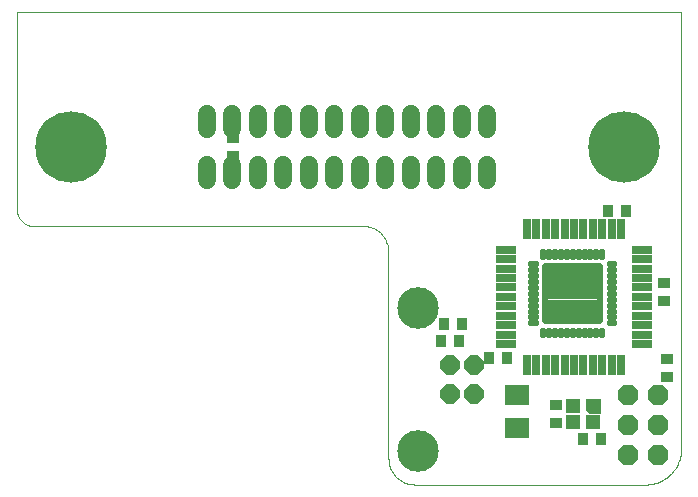
<source format=gbs>
G75*
%MOIN*%
%OFA0B0*%
%FSLAX24Y24*%
%IPPOS*%
%LPD*%
%AMOC8*
5,1,8,0,0,1.08239X$1,22.5*
%
%ADD10C,0.0039*%
%ADD11C,0.0600*%
%ADD12C,0.2380*%
%ADD13R,0.0512X0.0472*%
%ADD14C,0.0020*%
%ADD15OC8,0.0680*%
%ADD16R,0.0356X0.0434*%
%ADD17R,0.0434X0.0356*%
%ADD18R,0.0789X0.0710*%
%ADD19R,0.0671X0.0316*%
%ADD20R,0.0316X0.0671*%
%ADD21OC8,0.0654*%
%ADD22C,0.1386*%
%ADD23C,0.0099*%
%ADD24C,0.0205*%
D10*
X000639Y008800D02*
X011639Y008800D01*
X011696Y008798D01*
X011753Y008793D01*
X011810Y008783D01*
X011865Y008770D01*
X011920Y008754D01*
X011974Y008733D01*
X012026Y008710D01*
X012077Y008683D01*
X012125Y008653D01*
X012172Y008619D01*
X012216Y008583D01*
X012258Y008544D01*
X012297Y008502D01*
X012333Y008458D01*
X012367Y008411D01*
X012397Y008363D01*
X012424Y008312D01*
X012447Y008260D01*
X012468Y008206D01*
X012484Y008151D01*
X012497Y008096D01*
X012507Y008039D01*
X012512Y007982D01*
X012514Y007925D01*
X012514Y001050D01*
X012516Y000993D01*
X012521Y000936D01*
X012531Y000879D01*
X012544Y000824D01*
X012560Y000769D01*
X012581Y000715D01*
X012604Y000663D01*
X012631Y000613D01*
X012661Y000564D01*
X012695Y000517D01*
X012731Y000473D01*
X012770Y000431D01*
X012812Y000392D01*
X012856Y000356D01*
X012903Y000322D01*
X012952Y000292D01*
X013002Y000265D01*
X013054Y000242D01*
X013108Y000221D01*
X013163Y000205D01*
X013218Y000192D01*
X013275Y000182D01*
X013332Y000177D01*
X013389Y000175D01*
X021014Y000175D01*
X022264Y001300D02*
X022264Y015925D01*
X000139Y015925D01*
X000139Y009300D01*
X000141Y009256D01*
X000147Y009213D01*
X000156Y009171D01*
X000169Y009129D01*
X000186Y009089D01*
X000206Y009050D01*
X000229Y009013D01*
X000256Y008979D01*
X000285Y008946D01*
X000318Y008917D01*
X000352Y008890D01*
X000389Y008867D01*
X000428Y008847D01*
X000468Y008830D01*
X000510Y008817D01*
X000552Y008808D01*
X000595Y008802D01*
X000639Y008800D01*
X021015Y000176D02*
X021081Y000174D01*
X021148Y000176D01*
X021214Y000182D01*
X021280Y000192D01*
X021346Y000205D01*
X021410Y000222D01*
X021474Y000242D01*
X021536Y000266D01*
X021597Y000294D01*
X021656Y000324D01*
X021713Y000358D01*
X021768Y000396D01*
X021822Y000436D01*
X021872Y000479D01*
X021921Y000525D01*
X021966Y000574D01*
X022009Y000625D01*
X022049Y000678D01*
X022086Y000734D01*
X022120Y000792D01*
X022150Y000851D01*
X022177Y000912D01*
X022201Y000974D01*
X022221Y001038D01*
X022237Y001103D01*
X022250Y001168D01*
X022259Y001234D01*
X022264Y001301D01*
D11*
X015814Y010315D02*
X015814Y010835D01*
X014964Y010835D02*
X014964Y010315D01*
X014114Y010315D02*
X014114Y010835D01*
X013264Y010835D02*
X013264Y010315D01*
X012414Y010315D02*
X012414Y010835D01*
X011564Y010835D02*
X011564Y010315D01*
X010714Y010315D02*
X010714Y010835D01*
X009864Y010835D02*
X009864Y010315D01*
X009014Y010315D02*
X009014Y010835D01*
X008164Y010835D02*
X008164Y010315D01*
X007314Y010315D02*
X007314Y010835D01*
X006464Y010835D02*
X006464Y010315D01*
X006464Y012015D02*
X006464Y012535D01*
X007314Y012535D02*
X007314Y012015D01*
X008164Y012015D02*
X008164Y012535D01*
X009014Y012535D02*
X009014Y012015D01*
X009864Y012015D02*
X009864Y012535D01*
X010714Y012535D02*
X010714Y012015D01*
X011564Y012015D02*
X011564Y012535D01*
X012414Y012535D02*
X012414Y012015D01*
X013264Y012015D02*
X013264Y012535D01*
X014114Y012535D02*
X014114Y012015D01*
X014964Y012015D02*
X014964Y012535D01*
X015814Y012535D02*
X015814Y012015D01*
D12*
X020349Y011425D03*
X001929Y011425D03*
D13*
X018659Y002800D03*
X018659Y002249D03*
X019328Y002249D03*
D14*
X019210Y002574D02*
X019574Y002574D01*
X019574Y003026D01*
X019082Y003026D01*
X019082Y002702D01*
X019210Y002574D01*
X019206Y002578D02*
X019574Y002578D01*
X019574Y002596D02*
X019187Y002596D01*
X019169Y002615D02*
X019574Y002615D01*
X019574Y002633D02*
X019150Y002633D01*
X019132Y002652D02*
X019574Y002652D01*
X019574Y002670D02*
X019113Y002670D01*
X019095Y002689D02*
X019574Y002689D01*
X019574Y002707D02*
X019082Y002707D01*
X019082Y002726D02*
X019574Y002726D01*
X019574Y002744D02*
X019082Y002744D01*
X019082Y002763D02*
X019574Y002763D01*
X019574Y002781D02*
X019082Y002781D01*
X019082Y002800D02*
X019574Y002800D01*
X019574Y002818D02*
X019082Y002818D01*
X019082Y002837D02*
X019574Y002837D01*
X019574Y002855D02*
X019082Y002855D01*
X019082Y002874D02*
X019574Y002874D01*
X019574Y002892D02*
X019082Y002892D01*
X019082Y002911D02*
X019574Y002911D01*
X019574Y002929D02*
X019082Y002929D01*
X019082Y002948D02*
X019574Y002948D01*
X019574Y002966D02*
X019082Y002966D01*
X019082Y002985D02*
X019574Y002985D01*
X019574Y003003D02*
X019082Y003003D01*
X019082Y003022D02*
X019574Y003022D01*
D15*
X020514Y003175D03*
X020514Y002175D03*
X020514Y001175D03*
X021514Y001175D03*
X021514Y002175D03*
X021514Y003175D03*
D16*
X019590Y001704D03*
X018990Y001704D03*
X016453Y004405D03*
X015853Y004405D03*
X014862Y004976D03*
X014967Y005517D03*
X014367Y005517D03*
X014262Y004976D03*
X019846Y009306D03*
X020446Y009306D03*
D17*
X021685Y006877D03*
X021685Y006277D03*
X021783Y004366D03*
X021783Y003766D03*
X018084Y002840D03*
X018084Y002240D03*
X007327Y011125D03*
X007327Y011725D03*
D18*
X016814Y003153D03*
X016814Y002051D03*
D19*
X016434Y004854D03*
X016434Y005169D03*
X016434Y005484D03*
X016434Y005799D03*
X016434Y006114D03*
X016434Y006429D03*
X016434Y006744D03*
X016434Y007059D03*
X016434Y007374D03*
X016434Y007689D03*
X016434Y008003D03*
X020962Y008003D03*
X020962Y007689D03*
X020962Y007374D03*
X020962Y007059D03*
X020962Y006744D03*
X020962Y006429D03*
X020962Y006114D03*
X020962Y005799D03*
X020962Y005484D03*
X020962Y005169D03*
X020962Y004854D03*
D20*
X020273Y004165D03*
X019958Y004165D03*
X019643Y004165D03*
X019328Y004165D03*
X019013Y004165D03*
X018698Y004165D03*
X018383Y004165D03*
X018068Y004165D03*
X017753Y004165D03*
X017438Y004165D03*
X017123Y004165D03*
X017123Y008692D03*
X017438Y008692D03*
X017753Y008692D03*
X018068Y008692D03*
X018383Y008692D03*
X018698Y008692D03*
X019013Y008692D03*
X019328Y008692D03*
X019643Y008692D03*
X019958Y008692D03*
X020273Y008692D03*
D21*
X015369Y004167D03*
X014581Y004167D03*
X014581Y003183D03*
X015369Y003183D03*
D22*
X013514Y001305D03*
X013514Y006045D03*
D23*
X017201Y006009D02*
X017459Y006009D01*
X017459Y005909D01*
X017201Y005909D01*
X017201Y006009D01*
X017201Y006007D02*
X017459Y006007D01*
X017459Y006206D02*
X017201Y006206D01*
X017459Y006206D02*
X017459Y006106D01*
X017201Y006106D01*
X017201Y006206D01*
X017201Y006204D02*
X017459Y006204D01*
X017459Y006403D02*
X017201Y006403D01*
X017459Y006403D02*
X017459Y006303D01*
X017201Y006303D01*
X017201Y006403D01*
X017201Y006401D02*
X017459Y006401D01*
X017459Y006600D02*
X017201Y006600D01*
X017459Y006600D02*
X017459Y006500D01*
X017201Y006500D01*
X017201Y006600D01*
X017201Y006598D02*
X017459Y006598D01*
X017459Y006797D02*
X017201Y006797D01*
X017459Y006797D02*
X017459Y006697D01*
X017201Y006697D01*
X017201Y006797D01*
X017201Y006795D02*
X017459Y006795D01*
X017459Y006994D02*
X017201Y006994D01*
X017459Y006994D02*
X017459Y006894D01*
X017201Y006894D01*
X017201Y006994D01*
X017201Y006992D02*
X017459Y006992D01*
X017459Y007191D02*
X017201Y007191D01*
X017459Y007191D02*
X017459Y007091D01*
X017201Y007091D01*
X017201Y007191D01*
X017201Y007189D02*
X017459Y007189D01*
X017459Y007387D02*
X017201Y007387D01*
X017459Y007387D02*
X017459Y007287D01*
X017201Y007287D01*
X017201Y007387D01*
X017201Y007385D02*
X017459Y007385D01*
X017459Y007584D02*
X017201Y007584D01*
X017459Y007584D02*
X017459Y007484D01*
X017201Y007484D01*
X017201Y007584D01*
X017201Y007582D02*
X017459Y007582D01*
X017605Y007988D02*
X017705Y007988D01*
X017705Y007730D01*
X017605Y007730D01*
X017605Y007988D01*
X017605Y007828D02*
X017705Y007828D01*
X017705Y007926D02*
X017605Y007926D01*
X017802Y007988D02*
X017902Y007988D01*
X017902Y007730D01*
X017802Y007730D01*
X017802Y007988D01*
X017802Y007828D02*
X017902Y007828D01*
X017902Y007926D02*
X017802Y007926D01*
X017999Y007988D02*
X018099Y007988D01*
X018099Y007730D01*
X017999Y007730D01*
X017999Y007988D01*
X017999Y007828D02*
X018099Y007828D01*
X018099Y007926D02*
X017999Y007926D01*
X018196Y007988D02*
X018296Y007988D01*
X018296Y007730D01*
X018196Y007730D01*
X018196Y007988D01*
X018196Y007828D02*
X018296Y007828D01*
X018296Y007926D02*
X018196Y007926D01*
X018393Y007988D02*
X018493Y007988D01*
X018493Y007730D01*
X018393Y007730D01*
X018393Y007988D01*
X018393Y007828D02*
X018493Y007828D01*
X018493Y007926D02*
X018393Y007926D01*
X018589Y007988D02*
X018689Y007988D01*
X018689Y007730D01*
X018589Y007730D01*
X018589Y007988D01*
X018589Y007828D02*
X018689Y007828D01*
X018689Y007926D02*
X018589Y007926D01*
X018786Y007988D02*
X018886Y007988D01*
X018886Y007730D01*
X018786Y007730D01*
X018786Y007988D01*
X018786Y007828D02*
X018886Y007828D01*
X018886Y007926D02*
X018786Y007926D01*
X018983Y007988D02*
X019083Y007988D01*
X019083Y007730D01*
X018983Y007730D01*
X018983Y007988D01*
X018983Y007828D02*
X019083Y007828D01*
X019083Y007926D02*
X018983Y007926D01*
X019180Y007988D02*
X019280Y007988D01*
X019280Y007730D01*
X019180Y007730D01*
X019180Y007988D01*
X019180Y007828D02*
X019280Y007828D01*
X019280Y007926D02*
X019180Y007926D01*
X019377Y007988D02*
X019477Y007988D01*
X019477Y007730D01*
X019377Y007730D01*
X019377Y007988D01*
X019377Y007828D02*
X019477Y007828D01*
X019477Y007926D02*
X019377Y007926D01*
X019574Y007988D02*
X019674Y007988D01*
X019674Y007730D01*
X019574Y007730D01*
X019574Y007988D01*
X019574Y007828D02*
X019674Y007828D01*
X019674Y007926D02*
X019574Y007926D01*
X019819Y007584D02*
X020077Y007584D01*
X020077Y007484D01*
X019819Y007484D01*
X019819Y007584D01*
X019819Y007582D02*
X020077Y007582D01*
X020077Y007387D02*
X019819Y007387D01*
X020077Y007387D02*
X020077Y007287D01*
X019819Y007287D01*
X019819Y007387D01*
X019819Y007385D02*
X020077Y007385D01*
X020077Y007191D02*
X019819Y007191D01*
X020077Y007191D02*
X020077Y007091D01*
X019819Y007091D01*
X019819Y007191D01*
X019819Y007189D02*
X020077Y007189D01*
X020077Y006994D02*
X019819Y006994D01*
X020077Y006994D02*
X020077Y006894D01*
X019819Y006894D01*
X019819Y006994D01*
X019819Y006992D02*
X020077Y006992D01*
X020077Y006797D02*
X019819Y006797D01*
X020077Y006797D02*
X020077Y006697D01*
X019819Y006697D01*
X019819Y006797D01*
X019819Y006795D02*
X020077Y006795D01*
X020077Y006600D02*
X019819Y006600D01*
X020077Y006600D02*
X020077Y006500D01*
X019819Y006500D01*
X019819Y006600D01*
X019819Y006598D02*
X020077Y006598D01*
X020077Y006403D02*
X019819Y006403D01*
X020077Y006403D02*
X020077Y006303D01*
X019819Y006303D01*
X019819Y006403D01*
X019819Y006401D02*
X020077Y006401D01*
X020077Y006206D02*
X019819Y006206D01*
X020077Y006206D02*
X020077Y006106D01*
X019819Y006106D01*
X019819Y006206D01*
X019819Y006204D02*
X020077Y006204D01*
X020077Y006009D02*
X019819Y006009D01*
X020077Y006009D02*
X020077Y005909D01*
X019819Y005909D01*
X019819Y006009D01*
X019819Y006007D02*
X020077Y006007D01*
X020077Y005813D02*
X019819Y005813D01*
X020077Y005813D02*
X020077Y005713D01*
X019819Y005713D01*
X019819Y005813D01*
X019819Y005811D02*
X020077Y005811D01*
X020077Y005616D02*
X019819Y005616D01*
X020077Y005616D02*
X020077Y005516D01*
X019819Y005516D01*
X019819Y005616D01*
X019819Y005614D02*
X020077Y005614D01*
X019674Y005370D02*
X019574Y005370D01*
X019674Y005370D02*
X019674Y005112D01*
X019574Y005112D01*
X019574Y005370D01*
X019574Y005210D02*
X019674Y005210D01*
X019674Y005308D02*
X019574Y005308D01*
X019477Y005370D02*
X019377Y005370D01*
X019477Y005370D02*
X019477Y005112D01*
X019377Y005112D01*
X019377Y005370D01*
X019377Y005210D02*
X019477Y005210D01*
X019477Y005308D02*
X019377Y005308D01*
X019280Y005370D02*
X019180Y005370D01*
X019280Y005370D02*
X019280Y005112D01*
X019180Y005112D01*
X019180Y005370D01*
X019180Y005210D02*
X019280Y005210D01*
X019280Y005308D02*
X019180Y005308D01*
X019083Y005370D02*
X018983Y005370D01*
X019083Y005370D02*
X019083Y005112D01*
X018983Y005112D01*
X018983Y005370D01*
X018983Y005210D02*
X019083Y005210D01*
X019083Y005308D02*
X018983Y005308D01*
X018886Y005370D02*
X018786Y005370D01*
X018886Y005370D02*
X018886Y005112D01*
X018786Y005112D01*
X018786Y005370D01*
X018786Y005210D02*
X018886Y005210D01*
X018886Y005308D02*
X018786Y005308D01*
X018689Y005370D02*
X018589Y005370D01*
X018689Y005370D02*
X018689Y005112D01*
X018589Y005112D01*
X018589Y005370D01*
X018589Y005210D02*
X018689Y005210D01*
X018689Y005308D02*
X018589Y005308D01*
X018493Y005370D02*
X018393Y005370D01*
X018493Y005370D02*
X018493Y005112D01*
X018393Y005112D01*
X018393Y005370D01*
X018393Y005210D02*
X018493Y005210D01*
X018493Y005308D02*
X018393Y005308D01*
X018296Y005370D02*
X018196Y005370D01*
X018296Y005370D02*
X018296Y005112D01*
X018196Y005112D01*
X018196Y005370D01*
X018196Y005210D02*
X018296Y005210D01*
X018296Y005308D02*
X018196Y005308D01*
X018099Y005370D02*
X017999Y005370D01*
X018099Y005370D02*
X018099Y005112D01*
X017999Y005112D01*
X017999Y005370D01*
X017999Y005210D02*
X018099Y005210D01*
X018099Y005308D02*
X017999Y005308D01*
X017902Y005370D02*
X017802Y005370D01*
X017902Y005370D02*
X017902Y005112D01*
X017802Y005112D01*
X017802Y005370D01*
X017802Y005210D02*
X017902Y005210D01*
X017902Y005308D02*
X017802Y005308D01*
X017705Y005370D02*
X017605Y005370D01*
X017705Y005370D02*
X017705Y005112D01*
X017605Y005112D01*
X017605Y005370D01*
X017605Y005210D02*
X017705Y005210D01*
X017705Y005308D02*
X017605Y005308D01*
X017459Y005616D02*
X017201Y005616D01*
X017459Y005616D02*
X017459Y005516D01*
X017201Y005516D01*
X017201Y005616D01*
X017201Y005614D02*
X017459Y005614D01*
X017459Y005813D02*
X017201Y005813D01*
X017459Y005813D02*
X017459Y005713D01*
X017201Y005713D01*
X017201Y005813D01*
X017201Y005811D02*
X017459Y005811D01*
D24*
X017717Y007472D02*
X019561Y007472D01*
X019561Y005628D01*
X017717Y005628D01*
X017717Y007472D01*
X017717Y005832D02*
X019561Y005832D01*
X019561Y006036D02*
X017717Y006036D01*
X017717Y006240D02*
X019561Y006240D01*
X019561Y006444D02*
X017717Y006444D01*
X017717Y006648D02*
X019561Y006648D01*
X019561Y006852D02*
X017717Y006852D01*
X017717Y007056D02*
X019561Y007056D01*
X019561Y007260D02*
X017717Y007260D01*
X017717Y007464D02*
X019561Y007464D01*
M02*

</source>
